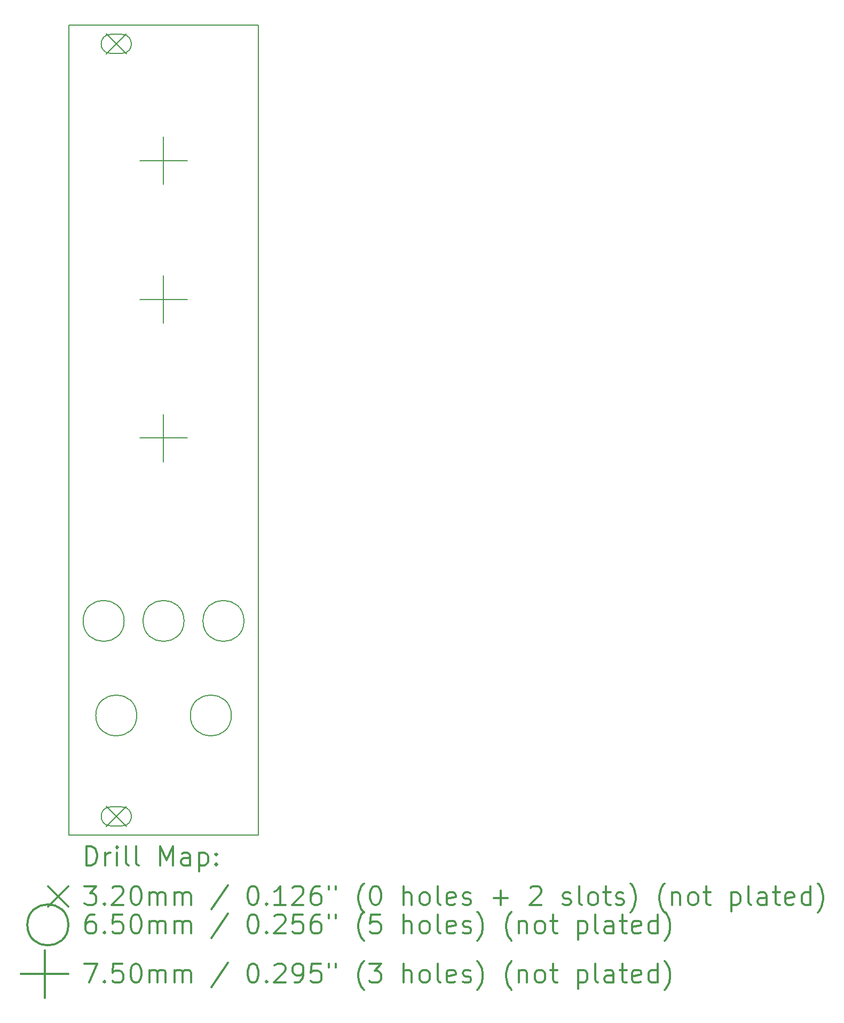
<source format=gbr>
%FSLAX45Y45*%
G04 Gerber Fmt 4.5, Leading zero omitted, Abs format (unit mm)*
G04 Created by KiCad (PCBNEW (5.0.0-rc2)) date Wed Jul  8 18:48:39 2020*
%MOMM*%
%LPD*%
G01*
G04 APERTURE LIST*
%ADD10C,0.200000*%
%ADD11C,0.300000*%
G04 APERTURE END LIST*
D10*
X0Y12850000D02*
X0Y0D01*
X3000000Y12850000D02*
X0Y12850000D01*
X3000000Y0D02*
X3000000Y12850000D01*
X0Y0D02*
X3000000Y0D01*
D10*
X590000Y460000D02*
X910000Y140000D01*
X910000Y460000D02*
X590000Y140000D01*
X660000Y150000D02*
X840000Y150000D01*
X660000Y450000D02*
X840000Y450000D01*
X840000Y150000D02*
G75*
G03X840000Y450000I0J150000D01*
G01*
X660000Y450000D02*
G75*
G03X660000Y150000I0J-150000D01*
G01*
X590000Y12710000D02*
X910000Y12390000D01*
X910000Y12710000D02*
X590000Y12390000D01*
X660000Y12400000D02*
X840000Y12400000D01*
X660000Y12700000D02*
X840000Y12700000D01*
X840000Y12400000D02*
G75*
G03X840000Y12700000I0J150000D01*
G01*
X660000Y12700000D02*
G75*
G03X660000Y12400000I0J-150000D01*
G01*
X1825000Y3400000D02*
G75*
G03X1825000Y3400000I-325000J0D01*
G01*
X2575000Y1900000D02*
G75*
G03X2575000Y1900000I-325000J0D01*
G01*
X875000Y3400000D02*
G75*
G03X875000Y3400000I-325000J0D01*
G01*
X1075000Y1900000D02*
G75*
G03X1075000Y1900000I-325000J0D01*
G01*
X2775000Y3400000D02*
G75*
G03X2775000Y3400000I-325000J0D01*
G01*
X1500000Y8875000D02*
X1500000Y8125000D01*
X1125000Y8500000D02*
X1875000Y8500000D01*
X1500000Y6675000D02*
X1500000Y5925000D01*
X1125000Y6300000D02*
X1875000Y6300000D01*
X1500000Y11075000D02*
X1500000Y10325000D01*
X1125000Y10700000D02*
X1875000Y10700000D01*
D11*
X276428Y-475714D02*
X276428Y-175714D01*
X347857Y-175714D01*
X390714Y-190000D01*
X419286Y-218571D01*
X433571Y-247143D01*
X447857Y-304286D01*
X447857Y-347143D01*
X433571Y-404286D01*
X419286Y-432857D01*
X390714Y-461429D01*
X347857Y-475714D01*
X276428Y-475714D01*
X576428Y-475714D02*
X576428Y-275714D01*
X576428Y-332857D02*
X590714Y-304286D01*
X605000Y-290000D01*
X633571Y-275714D01*
X662143Y-275714D01*
X762143Y-475714D02*
X762143Y-275714D01*
X762143Y-175714D02*
X747857Y-190000D01*
X762143Y-204286D01*
X776428Y-190000D01*
X762143Y-175714D01*
X762143Y-204286D01*
X947857Y-475714D02*
X919286Y-461429D01*
X905000Y-432857D01*
X905000Y-175714D01*
X1105000Y-475714D02*
X1076428Y-461429D01*
X1062143Y-432857D01*
X1062143Y-175714D01*
X1447857Y-475714D02*
X1447857Y-175714D01*
X1547857Y-390000D01*
X1647857Y-175714D01*
X1647857Y-475714D01*
X1919286Y-475714D02*
X1919286Y-318572D01*
X1905000Y-290000D01*
X1876428Y-275714D01*
X1819286Y-275714D01*
X1790714Y-290000D01*
X1919286Y-461429D02*
X1890714Y-475714D01*
X1819286Y-475714D01*
X1790714Y-461429D01*
X1776428Y-432857D01*
X1776428Y-404286D01*
X1790714Y-375714D01*
X1819286Y-361429D01*
X1890714Y-361429D01*
X1919286Y-347143D01*
X2062143Y-275714D02*
X2062143Y-575714D01*
X2062143Y-290000D02*
X2090714Y-275714D01*
X2147857Y-275714D01*
X2176428Y-290000D01*
X2190714Y-304286D01*
X2205000Y-332857D01*
X2205000Y-418571D01*
X2190714Y-447143D01*
X2176428Y-461429D01*
X2147857Y-475714D01*
X2090714Y-475714D01*
X2062143Y-461429D01*
X2333571Y-447143D02*
X2347857Y-461429D01*
X2333571Y-475714D01*
X2319286Y-461429D01*
X2333571Y-447143D01*
X2333571Y-475714D01*
X2333571Y-290000D02*
X2347857Y-304286D01*
X2333571Y-318572D01*
X2319286Y-304286D01*
X2333571Y-290000D01*
X2333571Y-318572D01*
X-330000Y-810000D02*
X-10000Y-1130000D01*
X-10000Y-810000D02*
X-330000Y-1130000D01*
X247857Y-805714D02*
X433571Y-805714D01*
X333571Y-920000D01*
X376428Y-920000D01*
X405000Y-934286D01*
X419286Y-948571D01*
X433571Y-977143D01*
X433571Y-1048571D01*
X419286Y-1077143D01*
X405000Y-1091429D01*
X376428Y-1105714D01*
X290714Y-1105714D01*
X262143Y-1091429D01*
X247857Y-1077143D01*
X562143Y-1077143D02*
X576428Y-1091429D01*
X562143Y-1105714D01*
X547857Y-1091429D01*
X562143Y-1077143D01*
X562143Y-1105714D01*
X690714Y-834286D02*
X705000Y-820000D01*
X733571Y-805714D01*
X805000Y-805714D01*
X833571Y-820000D01*
X847857Y-834286D01*
X862143Y-862857D01*
X862143Y-891429D01*
X847857Y-934286D01*
X676428Y-1105714D01*
X862143Y-1105714D01*
X1047857Y-805714D02*
X1076428Y-805714D01*
X1105000Y-820000D01*
X1119286Y-834286D01*
X1133571Y-862857D01*
X1147857Y-920000D01*
X1147857Y-991429D01*
X1133571Y-1048571D01*
X1119286Y-1077143D01*
X1105000Y-1091429D01*
X1076428Y-1105714D01*
X1047857Y-1105714D01*
X1019286Y-1091429D01*
X1005000Y-1077143D01*
X990714Y-1048571D01*
X976428Y-991429D01*
X976428Y-920000D01*
X990714Y-862857D01*
X1005000Y-834286D01*
X1019286Y-820000D01*
X1047857Y-805714D01*
X1276428Y-1105714D02*
X1276428Y-905714D01*
X1276428Y-934286D02*
X1290714Y-920000D01*
X1319286Y-905714D01*
X1362143Y-905714D01*
X1390714Y-920000D01*
X1405000Y-948571D01*
X1405000Y-1105714D01*
X1405000Y-948571D02*
X1419286Y-920000D01*
X1447857Y-905714D01*
X1490714Y-905714D01*
X1519286Y-920000D01*
X1533571Y-948571D01*
X1533571Y-1105714D01*
X1676428Y-1105714D02*
X1676428Y-905714D01*
X1676428Y-934286D02*
X1690714Y-920000D01*
X1719286Y-905714D01*
X1762143Y-905714D01*
X1790714Y-920000D01*
X1805000Y-948571D01*
X1805000Y-1105714D01*
X1805000Y-948571D02*
X1819286Y-920000D01*
X1847857Y-905714D01*
X1890714Y-905714D01*
X1919286Y-920000D01*
X1933571Y-948571D01*
X1933571Y-1105714D01*
X2519286Y-791429D02*
X2262143Y-1177143D01*
X2905000Y-805714D02*
X2933571Y-805714D01*
X2962143Y-820000D01*
X2976428Y-834286D01*
X2990714Y-862857D01*
X3005000Y-920000D01*
X3005000Y-991429D01*
X2990714Y-1048571D01*
X2976428Y-1077143D01*
X2962143Y-1091429D01*
X2933571Y-1105714D01*
X2905000Y-1105714D01*
X2876428Y-1091429D01*
X2862143Y-1077143D01*
X2847857Y-1048571D01*
X2833571Y-991429D01*
X2833571Y-920000D01*
X2847857Y-862857D01*
X2862143Y-834286D01*
X2876428Y-820000D01*
X2905000Y-805714D01*
X3133571Y-1077143D02*
X3147857Y-1091429D01*
X3133571Y-1105714D01*
X3119286Y-1091429D01*
X3133571Y-1077143D01*
X3133571Y-1105714D01*
X3433571Y-1105714D02*
X3262143Y-1105714D01*
X3347857Y-1105714D02*
X3347857Y-805714D01*
X3319286Y-848571D01*
X3290714Y-877143D01*
X3262143Y-891429D01*
X3547857Y-834286D02*
X3562143Y-820000D01*
X3590714Y-805714D01*
X3662143Y-805714D01*
X3690714Y-820000D01*
X3705000Y-834286D01*
X3719286Y-862857D01*
X3719286Y-891429D01*
X3705000Y-934286D01*
X3533571Y-1105714D01*
X3719286Y-1105714D01*
X3976428Y-805714D02*
X3919286Y-805714D01*
X3890714Y-820000D01*
X3876428Y-834286D01*
X3847857Y-877143D01*
X3833571Y-934286D01*
X3833571Y-1048571D01*
X3847857Y-1077143D01*
X3862143Y-1091429D01*
X3890714Y-1105714D01*
X3947857Y-1105714D01*
X3976428Y-1091429D01*
X3990714Y-1077143D01*
X4005000Y-1048571D01*
X4005000Y-977143D01*
X3990714Y-948571D01*
X3976428Y-934286D01*
X3947857Y-920000D01*
X3890714Y-920000D01*
X3862143Y-934286D01*
X3847857Y-948571D01*
X3833571Y-977143D01*
X4119286Y-805714D02*
X4119286Y-862857D01*
X4233571Y-805714D02*
X4233571Y-862857D01*
X4676428Y-1220000D02*
X4662143Y-1205714D01*
X4633571Y-1162857D01*
X4619286Y-1134286D01*
X4605000Y-1091429D01*
X4590714Y-1020000D01*
X4590714Y-962857D01*
X4605000Y-891429D01*
X4619286Y-848571D01*
X4633571Y-820000D01*
X4662143Y-777143D01*
X4676428Y-762857D01*
X4847857Y-805714D02*
X4876428Y-805714D01*
X4905000Y-820000D01*
X4919286Y-834286D01*
X4933571Y-862857D01*
X4947857Y-920000D01*
X4947857Y-991429D01*
X4933571Y-1048571D01*
X4919286Y-1077143D01*
X4905000Y-1091429D01*
X4876428Y-1105714D01*
X4847857Y-1105714D01*
X4819286Y-1091429D01*
X4805000Y-1077143D01*
X4790714Y-1048571D01*
X4776428Y-991429D01*
X4776428Y-920000D01*
X4790714Y-862857D01*
X4805000Y-834286D01*
X4819286Y-820000D01*
X4847857Y-805714D01*
X5305000Y-1105714D02*
X5305000Y-805714D01*
X5433571Y-1105714D02*
X5433571Y-948571D01*
X5419286Y-920000D01*
X5390714Y-905714D01*
X5347857Y-905714D01*
X5319286Y-920000D01*
X5305000Y-934286D01*
X5619286Y-1105714D02*
X5590714Y-1091429D01*
X5576428Y-1077143D01*
X5562143Y-1048571D01*
X5562143Y-962857D01*
X5576428Y-934286D01*
X5590714Y-920000D01*
X5619286Y-905714D01*
X5662143Y-905714D01*
X5690714Y-920000D01*
X5705000Y-934286D01*
X5719286Y-962857D01*
X5719286Y-1048571D01*
X5705000Y-1077143D01*
X5690714Y-1091429D01*
X5662143Y-1105714D01*
X5619286Y-1105714D01*
X5890714Y-1105714D02*
X5862143Y-1091429D01*
X5847857Y-1062857D01*
X5847857Y-805714D01*
X6119286Y-1091429D02*
X6090714Y-1105714D01*
X6033571Y-1105714D01*
X6005000Y-1091429D01*
X5990714Y-1062857D01*
X5990714Y-948571D01*
X6005000Y-920000D01*
X6033571Y-905714D01*
X6090714Y-905714D01*
X6119286Y-920000D01*
X6133571Y-948571D01*
X6133571Y-977143D01*
X5990714Y-1005714D01*
X6247857Y-1091429D02*
X6276428Y-1105714D01*
X6333571Y-1105714D01*
X6362143Y-1091429D01*
X6376428Y-1062857D01*
X6376428Y-1048571D01*
X6362143Y-1020000D01*
X6333571Y-1005714D01*
X6290714Y-1005714D01*
X6262143Y-991429D01*
X6247857Y-962857D01*
X6247857Y-948571D01*
X6262143Y-920000D01*
X6290714Y-905714D01*
X6333571Y-905714D01*
X6362143Y-920000D01*
X6733571Y-991429D02*
X6962143Y-991429D01*
X6847857Y-1105714D02*
X6847857Y-877143D01*
X7319286Y-834286D02*
X7333571Y-820000D01*
X7362143Y-805714D01*
X7433571Y-805714D01*
X7462143Y-820000D01*
X7476428Y-834286D01*
X7490714Y-862857D01*
X7490714Y-891429D01*
X7476428Y-934286D01*
X7305000Y-1105714D01*
X7490714Y-1105714D01*
X7833571Y-1091429D02*
X7862143Y-1105714D01*
X7919286Y-1105714D01*
X7947857Y-1091429D01*
X7962143Y-1062857D01*
X7962143Y-1048571D01*
X7947857Y-1020000D01*
X7919286Y-1005714D01*
X7876428Y-1005714D01*
X7847857Y-991429D01*
X7833571Y-962857D01*
X7833571Y-948571D01*
X7847857Y-920000D01*
X7876428Y-905714D01*
X7919286Y-905714D01*
X7947857Y-920000D01*
X8133571Y-1105714D02*
X8105000Y-1091429D01*
X8090714Y-1062857D01*
X8090714Y-805714D01*
X8290714Y-1105714D02*
X8262143Y-1091429D01*
X8247857Y-1077143D01*
X8233571Y-1048571D01*
X8233571Y-962857D01*
X8247857Y-934286D01*
X8262143Y-920000D01*
X8290714Y-905714D01*
X8333571Y-905714D01*
X8362143Y-920000D01*
X8376428Y-934286D01*
X8390714Y-962857D01*
X8390714Y-1048571D01*
X8376428Y-1077143D01*
X8362143Y-1091429D01*
X8333571Y-1105714D01*
X8290714Y-1105714D01*
X8476428Y-905714D02*
X8590714Y-905714D01*
X8519286Y-805714D02*
X8519286Y-1062857D01*
X8533571Y-1091429D01*
X8562143Y-1105714D01*
X8590714Y-1105714D01*
X8676428Y-1091429D02*
X8705000Y-1105714D01*
X8762143Y-1105714D01*
X8790714Y-1091429D01*
X8805000Y-1062857D01*
X8805000Y-1048571D01*
X8790714Y-1020000D01*
X8762143Y-1005714D01*
X8719286Y-1005714D01*
X8690714Y-991429D01*
X8676428Y-962857D01*
X8676428Y-948571D01*
X8690714Y-920000D01*
X8719286Y-905714D01*
X8762143Y-905714D01*
X8790714Y-920000D01*
X8905000Y-1220000D02*
X8919286Y-1205714D01*
X8947857Y-1162857D01*
X8962143Y-1134286D01*
X8976428Y-1091429D01*
X8990714Y-1020000D01*
X8990714Y-962857D01*
X8976428Y-891429D01*
X8962143Y-848571D01*
X8947857Y-820000D01*
X8919286Y-777143D01*
X8905000Y-762857D01*
X9447857Y-1220000D02*
X9433571Y-1205714D01*
X9405000Y-1162857D01*
X9390714Y-1134286D01*
X9376428Y-1091429D01*
X9362143Y-1020000D01*
X9362143Y-962857D01*
X9376428Y-891429D01*
X9390714Y-848571D01*
X9405000Y-820000D01*
X9433571Y-777143D01*
X9447857Y-762857D01*
X9562143Y-905714D02*
X9562143Y-1105714D01*
X9562143Y-934286D02*
X9576428Y-920000D01*
X9605000Y-905714D01*
X9647857Y-905714D01*
X9676428Y-920000D01*
X9690714Y-948571D01*
X9690714Y-1105714D01*
X9876428Y-1105714D02*
X9847857Y-1091429D01*
X9833571Y-1077143D01*
X9819286Y-1048571D01*
X9819286Y-962857D01*
X9833571Y-934286D01*
X9847857Y-920000D01*
X9876428Y-905714D01*
X9919286Y-905714D01*
X9947857Y-920000D01*
X9962143Y-934286D01*
X9976428Y-962857D01*
X9976428Y-1048571D01*
X9962143Y-1077143D01*
X9947857Y-1091429D01*
X9919286Y-1105714D01*
X9876428Y-1105714D01*
X10062143Y-905714D02*
X10176428Y-905714D01*
X10105000Y-805714D02*
X10105000Y-1062857D01*
X10119286Y-1091429D01*
X10147857Y-1105714D01*
X10176428Y-1105714D01*
X10505000Y-905714D02*
X10505000Y-1205714D01*
X10505000Y-920000D02*
X10533571Y-905714D01*
X10590714Y-905714D01*
X10619286Y-920000D01*
X10633571Y-934286D01*
X10647857Y-962857D01*
X10647857Y-1048571D01*
X10633571Y-1077143D01*
X10619286Y-1091429D01*
X10590714Y-1105714D01*
X10533571Y-1105714D01*
X10505000Y-1091429D01*
X10819286Y-1105714D02*
X10790714Y-1091429D01*
X10776428Y-1062857D01*
X10776428Y-805714D01*
X11062143Y-1105714D02*
X11062143Y-948571D01*
X11047857Y-920000D01*
X11019286Y-905714D01*
X10962143Y-905714D01*
X10933571Y-920000D01*
X11062143Y-1091429D02*
X11033571Y-1105714D01*
X10962143Y-1105714D01*
X10933571Y-1091429D01*
X10919286Y-1062857D01*
X10919286Y-1034286D01*
X10933571Y-1005714D01*
X10962143Y-991429D01*
X11033571Y-991429D01*
X11062143Y-977143D01*
X11162143Y-905714D02*
X11276428Y-905714D01*
X11205000Y-805714D02*
X11205000Y-1062857D01*
X11219286Y-1091429D01*
X11247857Y-1105714D01*
X11276428Y-1105714D01*
X11490714Y-1091429D02*
X11462143Y-1105714D01*
X11405000Y-1105714D01*
X11376428Y-1091429D01*
X11362143Y-1062857D01*
X11362143Y-948571D01*
X11376428Y-920000D01*
X11405000Y-905714D01*
X11462143Y-905714D01*
X11490714Y-920000D01*
X11505000Y-948571D01*
X11505000Y-977143D01*
X11362143Y-1005714D01*
X11762143Y-1105714D02*
X11762143Y-805714D01*
X11762143Y-1091429D02*
X11733571Y-1105714D01*
X11676428Y-1105714D01*
X11647857Y-1091429D01*
X11633571Y-1077143D01*
X11619286Y-1048571D01*
X11619286Y-962857D01*
X11633571Y-934286D01*
X11647857Y-920000D01*
X11676428Y-905714D01*
X11733571Y-905714D01*
X11762143Y-920000D01*
X11876428Y-1220000D02*
X11890714Y-1205714D01*
X11919286Y-1162857D01*
X11933571Y-1134286D01*
X11947857Y-1091429D01*
X11962143Y-1020000D01*
X11962143Y-962857D01*
X11947857Y-891429D01*
X11933571Y-848571D01*
X11919286Y-820000D01*
X11890714Y-777143D01*
X11876428Y-762857D01*
X-10000Y-1420000D02*
G75*
G03X-10000Y-1420000I-325000J0D01*
G01*
X405000Y-1255714D02*
X347857Y-1255714D01*
X319286Y-1270000D01*
X305000Y-1284286D01*
X276428Y-1327143D01*
X262143Y-1384286D01*
X262143Y-1498571D01*
X276428Y-1527143D01*
X290714Y-1541429D01*
X319286Y-1555714D01*
X376428Y-1555714D01*
X405000Y-1541429D01*
X419286Y-1527143D01*
X433571Y-1498571D01*
X433571Y-1427143D01*
X419286Y-1398572D01*
X405000Y-1384286D01*
X376428Y-1370000D01*
X319286Y-1370000D01*
X290714Y-1384286D01*
X276428Y-1398572D01*
X262143Y-1427143D01*
X562143Y-1527143D02*
X576428Y-1541429D01*
X562143Y-1555714D01*
X547857Y-1541429D01*
X562143Y-1527143D01*
X562143Y-1555714D01*
X847857Y-1255714D02*
X705000Y-1255714D01*
X690714Y-1398572D01*
X705000Y-1384286D01*
X733571Y-1370000D01*
X805000Y-1370000D01*
X833571Y-1384286D01*
X847857Y-1398572D01*
X862143Y-1427143D01*
X862143Y-1498571D01*
X847857Y-1527143D01*
X833571Y-1541429D01*
X805000Y-1555714D01*
X733571Y-1555714D01*
X705000Y-1541429D01*
X690714Y-1527143D01*
X1047857Y-1255714D02*
X1076428Y-1255714D01*
X1105000Y-1270000D01*
X1119286Y-1284286D01*
X1133571Y-1312857D01*
X1147857Y-1370000D01*
X1147857Y-1441429D01*
X1133571Y-1498571D01*
X1119286Y-1527143D01*
X1105000Y-1541429D01*
X1076428Y-1555714D01*
X1047857Y-1555714D01*
X1019286Y-1541429D01*
X1005000Y-1527143D01*
X990714Y-1498571D01*
X976428Y-1441429D01*
X976428Y-1370000D01*
X990714Y-1312857D01*
X1005000Y-1284286D01*
X1019286Y-1270000D01*
X1047857Y-1255714D01*
X1276428Y-1555714D02*
X1276428Y-1355714D01*
X1276428Y-1384286D02*
X1290714Y-1370000D01*
X1319286Y-1355714D01*
X1362143Y-1355714D01*
X1390714Y-1370000D01*
X1405000Y-1398572D01*
X1405000Y-1555714D01*
X1405000Y-1398572D02*
X1419286Y-1370000D01*
X1447857Y-1355714D01*
X1490714Y-1355714D01*
X1519286Y-1370000D01*
X1533571Y-1398572D01*
X1533571Y-1555714D01*
X1676428Y-1555714D02*
X1676428Y-1355714D01*
X1676428Y-1384286D02*
X1690714Y-1370000D01*
X1719286Y-1355714D01*
X1762143Y-1355714D01*
X1790714Y-1370000D01*
X1805000Y-1398572D01*
X1805000Y-1555714D01*
X1805000Y-1398572D02*
X1819286Y-1370000D01*
X1847857Y-1355714D01*
X1890714Y-1355714D01*
X1919286Y-1370000D01*
X1933571Y-1398572D01*
X1933571Y-1555714D01*
X2519286Y-1241429D02*
X2262143Y-1627143D01*
X2905000Y-1255714D02*
X2933571Y-1255714D01*
X2962143Y-1270000D01*
X2976428Y-1284286D01*
X2990714Y-1312857D01*
X3005000Y-1370000D01*
X3005000Y-1441429D01*
X2990714Y-1498571D01*
X2976428Y-1527143D01*
X2962143Y-1541429D01*
X2933571Y-1555714D01*
X2905000Y-1555714D01*
X2876428Y-1541429D01*
X2862143Y-1527143D01*
X2847857Y-1498571D01*
X2833571Y-1441429D01*
X2833571Y-1370000D01*
X2847857Y-1312857D01*
X2862143Y-1284286D01*
X2876428Y-1270000D01*
X2905000Y-1255714D01*
X3133571Y-1527143D02*
X3147857Y-1541429D01*
X3133571Y-1555714D01*
X3119286Y-1541429D01*
X3133571Y-1527143D01*
X3133571Y-1555714D01*
X3262143Y-1284286D02*
X3276428Y-1270000D01*
X3305000Y-1255714D01*
X3376428Y-1255714D01*
X3405000Y-1270000D01*
X3419286Y-1284286D01*
X3433571Y-1312857D01*
X3433571Y-1341429D01*
X3419286Y-1384286D01*
X3247857Y-1555714D01*
X3433571Y-1555714D01*
X3705000Y-1255714D02*
X3562143Y-1255714D01*
X3547857Y-1398572D01*
X3562143Y-1384286D01*
X3590714Y-1370000D01*
X3662143Y-1370000D01*
X3690714Y-1384286D01*
X3705000Y-1398572D01*
X3719286Y-1427143D01*
X3719286Y-1498571D01*
X3705000Y-1527143D01*
X3690714Y-1541429D01*
X3662143Y-1555714D01*
X3590714Y-1555714D01*
X3562143Y-1541429D01*
X3547857Y-1527143D01*
X3976428Y-1255714D02*
X3919286Y-1255714D01*
X3890714Y-1270000D01*
X3876428Y-1284286D01*
X3847857Y-1327143D01*
X3833571Y-1384286D01*
X3833571Y-1498571D01*
X3847857Y-1527143D01*
X3862143Y-1541429D01*
X3890714Y-1555714D01*
X3947857Y-1555714D01*
X3976428Y-1541429D01*
X3990714Y-1527143D01*
X4005000Y-1498571D01*
X4005000Y-1427143D01*
X3990714Y-1398572D01*
X3976428Y-1384286D01*
X3947857Y-1370000D01*
X3890714Y-1370000D01*
X3862143Y-1384286D01*
X3847857Y-1398572D01*
X3833571Y-1427143D01*
X4119286Y-1255714D02*
X4119286Y-1312857D01*
X4233571Y-1255714D02*
X4233571Y-1312857D01*
X4676428Y-1670000D02*
X4662143Y-1655714D01*
X4633571Y-1612857D01*
X4619286Y-1584286D01*
X4605000Y-1541429D01*
X4590714Y-1470000D01*
X4590714Y-1412857D01*
X4605000Y-1341429D01*
X4619286Y-1298572D01*
X4633571Y-1270000D01*
X4662143Y-1227143D01*
X4676428Y-1212857D01*
X4933571Y-1255714D02*
X4790714Y-1255714D01*
X4776428Y-1398572D01*
X4790714Y-1384286D01*
X4819286Y-1370000D01*
X4890714Y-1370000D01*
X4919286Y-1384286D01*
X4933571Y-1398572D01*
X4947857Y-1427143D01*
X4947857Y-1498571D01*
X4933571Y-1527143D01*
X4919286Y-1541429D01*
X4890714Y-1555714D01*
X4819286Y-1555714D01*
X4790714Y-1541429D01*
X4776428Y-1527143D01*
X5305000Y-1555714D02*
X5305000Y-1255714D01*
X5433571Y-1555714D02*
X5433571Y-1398572D01*
X5419286Y-1370000D01*
X5390714Y-1355714D01*
X5347857Y-1355714D01*
X5319286Y-1370000D01*
X5305000Y-1384286D01*
X5619286Y-1555714D02*
X5590714Y-1541429D01*
X5576428Y-1527143D01*
X5562143Y-1498571D01*
X5562143Y-1412857D01*
X5576428Y-1384286D01*
X5590714Y-1370000D01*
X5619286Y-1355714D01*
X5662143Y-1355714D01*
X5690714Y-1370000D01*
X5705000Y-1384286D01*
X5719286Y-1412857D01*
X5719286Y-1498571D01*
X5705000Y-1527143D01*
X5690714Y-1541429D01*
X5662143Y-1555714D01*
X5619286Y-1555714D01*
X5890714Y-1555714D02*
X5862143Y-1541429D01*
X5847857Y-1512857D01*
X5847857Y-1255714D01*
X6119286Y-1541429D02*
X6090714Y-1555714D01*
X6033571Y-1555714D01*
X6005000Y-1541429D01*
X5990714Y-1512857D01*
X5990714Y-1398572D01*
X6005000Y-1370000D01*
X6033571Y-1355714D01*
X6090714Y-1355714D01*
X6119286Y-1370000D01*
X6133571Y-1398572D01*
X6133571Y-1427143D01*
X5990714Y-1455714D01*
X6247857Y-1541429D02*
X6276428Y-1555714D01*
X6333571Y-1555714D01*
X6362143Y-1541429D01*
X6376428Y-1512857D01*
X6376428Y-1498571D01*
X6362143Y-1470000D01*
X6333571Y-1455714D01*
X6290714Y-1455714D01*
X6262143Y-1441429D01*
X6247857Y-1412857D01*
X6247857Y-1398572D01*
X6262143Y-1370000D01*
X6290714Y-1355714D01*
X6333571Y-1355714D01*
X6362143Y-1370000D01*
X6476428Y-1670000D02*
X6490714Y-1655714D01*
X6519286Y-1612857D01*
X6533571Y-1584286D01*
X6547857Y-1541429D01*
X6562143Y-1470000D01*
X6562143Y-1412857D01*
X6547857Y-1341429D01*
X6533571Y-1298572D01*
X6519286Y-1270000D01*
X6490714Y-1227143D01*
X6476428Y-1212857D01*
X7019286Y-1670000D02*
X7005000Y-1655714D01*
X6976428Y-1612857D01*
X6962143Y-1584286D01*
X6947857Y-1541429D01*
X6933571Y-1470000D01*
X6933571Y-1412857D01*
X6947857Y-1341429D01*
X6962143Y-1298572D01*
X6976428Y-1270000D01*
X7005000Y-1227143D01*
X7019286Y-1212857D01*
X7133571Y-1355714D02*
X7133571Y-1555714D01*
X7133571Y-1384286D02*
X7147857Y-1370000D01*
X7176428Y-1355714D01*
X7219286Y-1355714D01*
X7247857Y-1370000D01*
X7262143Y-1398572D01*
X7262143Y-1555714D01*
X7447857Y-1555714D02*
X7419286Y-1541429D01*
X7405000Y-1527143D01*
X7390714Y-1498571D01*
X7390714Y-1412857D01*
X7405000Y-1384286D01*
X7419286Y-1370000D01*
X7447857Y-1355714D01*
X7490714Y-1355714D01*
X7519286Y-1370000D01*
X7533571Y-1384286D01*
X7547857Y-1412857D01*
X7547857Y-1498571D01*
X7533571Y-1527143D01*
X7519286Y-1541429D01*
X7490714Y-1555714D01*
X7447857Y-1555714D01*
X7633571Y-1355714D02*
X7747857Y-1355714D01*
X7676428Y-1255714D02*
X7676428Y-1512857D01*
X7690714Y-1541429D01*
X7719286Y-1555714D01*
X7747857Y-1555714D01*
X8076428Y-1355714D02*
X8076428Y-1655714D01*
X8076428Y-1370000D02*
X8105000Y-1355714D01*
X8162143Y-1355714D01*
X8190714Y-1370000D01*
X8205000Y-1384286D01*
X8219286Y-1412857D01*
X8219286Y-1498571D01*
X8205000Y-1527143D01*
X8190714Y-1541429D01*
X8162143Y-1555714D01*
X8105000Y-1555714D01*
X8076428Y-1541429D01*
X8390714Y-1555714D02*
X8362143Y-1541429D01*
X8347857Y-1512857D01*
X8347857Y-1255714D01*
X8633571Y-1555714D02*
X8633571Y-1398572D01*
X8619286Y-1370000D01*
X8590714Y-1355714D01*
X8533571Y-1355714D01*
X8505000Y-1370000D01*
X8633571Y-1541429D02*
X8605000Y-1555714D01*
X8533571Y-1555714D01*
X8505000Y-1541429D01*
X8490714Y-1512857D01*
X8490714Y-1484286D01*
X8505000Y-1455714D01*
X8533571Y-1441429D01*
X8605000Y-1441429D01*
X8633571Y-1427143D01*
X8733571Y-1355714D02*
X8847857Y-1355714D01*
X8776428Y-1255714D02*
X8776428Y-1512857D01*
X8790714Y-1541429D01*
X8819286Y-1555714D01*
X8847857Y-1555714D01*
X9062143Y-1541429D02*
X9033571Y-1555714D01*
X8976428Y-1555714D01*
X8947857Y-1541429D01*
X8933571Y-1512857D01*
X8933571Y-1398572D01*
X8947857Y-1370000D01*
X8976428Y-1355714D01*
X9033571Y-1355714D01*
X9062143Y-1370000D01*
X9076428Y-1398572D01*
X9076428Y-1427143D01*
X8933571Y-1455714D01*
X9333571Y-1555714D02*
X9333571Y-1255714D01*
X9333571Y-1541429D02*
X9305000Y-1555714D01*
X9247857Y-1555714D01*
X9219286Y-1541429D01*
X9205000Y-1527143D01*
X9190714Y-1498571D01*
X9190714Y-1412857D01*
X9205000Y-1384286D01*
X9219286Y-1370000D01*
X9247857Y-1355714D01*
X9305000Y-1355714D01*
X9333571Y-1370000D01*
X9447857Y-1670000D02*
X9462143Y-1655714D01*
X9490714Y-1612857D01*
X9505000Y-1584286D01*
X9519286Y-1541429D01*
X9533571Y-1470000D01*
X9533571Y-1412857D01*
X9519286Y-1341429D01*
X9505000Y-1298572D01*
X9490714Y-1270000D01*
X9462143Y-1227143D01*
X9447857Y-1212857D01*
X-385000Y-1825000D02*
X-385000Y-2575000D01*
X-760000Y-2200000D02*
X-10000Y-2200000D01*
X247857Y-2035714D02*
X447857Y-2035714D01*
X319286Y-2335714D01*
X562143Y-2307143D02*
X576428Y-2321429D01*
X562143Y-2335714D01*
X547857Y-2321429D01*
X562143Y-2307143D01*
X562143Y-2335714D01*
X847857Y-2035714D02*
X705000Y-2035714D01*
X690714Y-2178572D01*
X705000Y-2164286D01*
X733571Y-2150000D01*
X805000Y-2150000D01*
X833571Y-2164286D01*
X847857Y-2178572D01*
X862143Y-2207143D01*
X862143Y-2278572D01*
X847857Y-2307143D01*
X833571Y-2321429D01*
X805000Y-2335714D01*
X733571Y-2335714D01*
X705000Y-2321429D01*
X690714Y-2307143D01*
X1047857Y-2035714D02*
X1076428Y-2035714D01*
X1105000Y-2050000D01*
X1119286Y-2064286D01*
X1133571Y-2092857D01*
X1147857Y-2150000D01*
X1147857Y-2221429D01*
X1133571Y-2278572D01*
X1119286Y-2307143D01*
X1105000Y-2321429D01*
X1076428Y-2335714D01*
X1047857Y-2335714D01*
X1019286Y-2321429D01*
X1005000Y-2307143D01*
X990714Y-2278572D01*
X976428Y-2221429D01*
X976428Y-2150000D01*
X990714Y-2092857D01*
X1005000Y-2064286D01*
X1019286Y-2050000D01*
X1047857Y-2035714D01*
X1276428Y-2335714D02*
X1276428Y-2135714D01*
X1276428Y-2164286D02*
X1290714Y-2150000D01*
X1319286Y-2135714D01*
X1362143Y-2135714D01*
X1390714Y-2150000D01*
X1405000Y-2178572D01*
X1405000Y-2335714D01*
X1405000Y-2178572D02*
X1419286Y-2150000D01*
X1447857Y-2135714D01*
X1490714Y-2135714D01*
X1519286Y-2150000D01*
X1533571Y-2178572D01*
X1533571Y-2335714D01*
X1676428Y-2335714D02*
X1676428Y-2135714D01*
X1676428Y-2164286D02*
X1690714Y-2150000D01*
X1719286Y-2135714D01*
X1762143Y-2135714D01*
X1790714Y-2150000D01*
X1805000Y-2178572D01*
X1805000Y-2335714D01*
X1805000Y-2178572D02*
X1819286Y-2150000D01*
X1847857Y-2135714D01*
X1890714Y-2135714D01*
X1919286Y-2150000D01*
X1933571Y-2178572D01*
X1933571Y-2335714D01*
X2519286Y-2021429D02*
X2262143Y-2407143D01*
X2905000Y-2035714D02*
X2933571Y-2035714D01*
X2962143Y-2050000D01*
X2976428Y-2064286D01*
X2990714Y-2092857D01*
X3005000Y-2150000D01*
X3005000Y-2221429D01*
X2990714Y-2278572D01*
X2976428Y-2307143D01*
X2962143Y-2321429D01*
X2933571Y-2335714D01*
X2905000Y-2335714D01*
X2876428Y-2321429D01*
X2862143Y-2307143D01*
X2847857Y-2278572D01*
X2833571Y-2221429D01*
X2833571Y-2150000D01*
X2847857Y-2092857D01*
X2862143Y-2064286D01*
X2876428Y-2050000D01*
X2905000Y-2035714D01*
X3133571Y-2307143D02*
X3147857Y-2321429D01*
X3133571Y-2335714D01*
X3119286Y-2321429D01*
X3133571Y-2307143D01*
X3133571Y-2335714D01*
X3262143Y-2064286D02*
X3276428Y-2050000D01*
X3305000Y-2035714D01*
X3376428Y-2035714D01*
X3405000Y-2050000D01*
X3419286Y-2064286D01*
X3433571Y-2092857D01*
X3433571Y-2121429D01*
X3419286Y-2164286D01*
X3247857Y-2335714D01*
X3433571Y-2335714D01*
X3576428Y-2335714D02*
X3633571Y-2335714D01*
X3662143Y-2321429D01*
X3676428Y-2307143D01*
X3705000Y-2264286D01*
X3719286Y-2207143D01*
X3719286Y-2092857D01*
X3705000Y-2064286D01*
X3690714Y-2050000D01*
X3662143Y-2035714D01*
X3605000Y-2035714D01*
X3576428Y-2050000D01*
X3562143Y-2064286D01*
X3547857Y-2092857D01*
X3547857Y-2164286D01*
X3562143Y-2192857D01*
X3576428Y-2207143D01*
X3605000Y-2221429D01*
X3662143Y-2221429D01*
X3690714Y-2207143D01*
X3705000Y-2192857D01*
X3719286Y-2164286D01*
X3990714Y-2035714D02*
X3847857Y-2035714D01*
X3833571Y-2178572D01*
X3847857Y-2164286D01*
X3876428Y-2150000D01*
X3947857Y-2150000D01*
X3976428Y-2164286D01*
X3990714Y-2178572D01*
X4005000Y-2207143D01*
X4005000Y-2278572D01*
X3990714Y-2307143D01*
X3976428Y-2321429D01*
X3947857Y-2335714D01*
X3876428Y-2335714D01*
X3847857Y-2321429D01*
X3833571Y-2307143D01*
X4119286Y-2035714D02*
X4119286Y-2092857D01*
X4233571Y-2035714D02*
X4233571Y-2092857D01*
X4676428Y-2450000D02*
X4662143Y-2435714D01*
X4633571Y-2392857D01*
X4619286Y-2364286D01*
X4605000Y-2321429D01*
X4590714Y-2250000D01*
X4590714Y-2192857D01*
X4605000Y-2121429D01*
X4619286Y-2078571D01*
X4633571Y-2050000D01*
X4662143Y-2007143D01*
X4676428Y-1992857D01*
X4762143Y-2035714D02*
X4947857Y-2035714D01*
X4847857Y-2150000D01*
X4890714Y-2150000D01*
X4919286Y-2164286D01*
X4933571Y-2178572D01*
X4947857Y-2207143D01*
X4947857Y-2278572D01*
X4933571Y-2307143D01*
X4919286Y-2321429D01*
X4890714Y-2335714D01*
X4805000Y-2335714D01*
X4776428Y-2321429D01*
X4762143Y-2307143D01*
X5305000Y-2335714D02*
X5305000Y-2035714D01*
X5433571Y-2335714D02*
X5433571Y-2178572D01*
X5419286Y-2150000D01*
X5390714Y-2135714D01*
X5347857Y-2135714D01*
X5319286Y-2150000D01*
X5305000Y-2164286D01*
X5619286Y-2335714D02*
X5590714Y-2321429D01*
X5576428Y-2307143D01*
X5562143Y-2278572D01*
X5562143Y-2192857D01*
X5576428Y-2164286D01*
X5590714Y-2150000D01*
X5619286Y-2135714D01*
X5662143Y-2135714D01*
X5690714Y-2150000D01*
X5705000Y-2164286D01*
X5719286Y-2192857D01*
X5719286Y-2278572D01*
X5705000Y-2307143D01*
X5690714Y-2321429D01*
X5662143Y-2335714D01*
X5619286Y-2335714D01*
X5890714Y-2335714D02*
X5862143Y-2321429D01*
X5847857Y-2292857D01*
X5847857Y-2035714D01*
X6119286Y-2321429D02*
X6090714Y-2335714D01*
X6033571Y-2335714D01*
X6005000Y-2321429D01*
X5990714Y-2292857D01*
X5990714Y-2178572D01*
X6005000Y-2150000D01*
X6033571Y-2135714D01*
X6090714Y-2135714D01*
X6119286Y-2150000D01*
X6133571Y-2178572D01*
X6133571Y-2207143D01*
X5990714Y-2235714D01*
X6247857Y-2321429D02*
X6276428Y-2335714D01*
X6333571Y-2335714D01*
X6362143Y-2321429D01*
X6376428Y-2292857D01*
X6376428Y-2278572D01*
X6362143Y-2250000D01*
X6333571Y-2235714D01*
X6290714Y-2235714D01*
X6262143Y-2221429D01*
X6247857Y-2192857D01*
X6247857Y-2178572D01*
X6262143Y-2150000D01*
X6290714Y-2135714D01*
X6333571Y-2135714D01*
X6362143Y-2150000D01*
X6476428Y-2450000D02*
X6490714Y-2435714D01*
X6519286Y-2392857D01*
X6533571Y-2364286D01*
X6547857Y-2321429D01*
X6562143Y-2250000D01*
X6562143Y-2192857D01*
X6547857Y-2121429D01*
X6533571Y-2078571D01*
X6519286Y-2050000D01*
X6490714Y-2007143D01*
X6476428Y-1992857D01*
X7019286Y-2450000D02*
X7005000Y-2435714D01*
X6976428Y-2392857D01*
X6962143Y-2364286D01*
X6947857Y-2321429D01*
X6933571Y-2250000D01*
X6933571Y-2192857D01*
X6947857Y-2121429D01*
X6962143Y-2078571D01*
X6976428Y-2050000D01*
X7005000Y-2007143D01*
X7019286Y-1992857D01*
X7133571Y-2135714D02*
X7133571Y-2335714D01*
X7133571Y-2164286D02*
X7147857Y-2150000D01*
X7176428Y-2135714D01*
X7219286Y-2135714D01*
X7247857Y-2150000D01*
X7262143Y-2178572D01*
X7262143Y-2335714D01*
X7447857Y-2335714D02*
X7419286Y-2321429D01*
X7405000Y-2307143D01*
X7390714Y-2278572D01*
X7390714Y-2192857D01*
X7405000Y-2164286D01*
X7419286Y-2150000D01*
X7447857Y-2135714D01*
X7490714Y-2135714D01*
X7519286Y-2150000D01*
X7533571Y-2164286D01*
X7547857Y-2192857D01*
X7547857Y-2278572D01*
X7533571Y-2307143D01*
X7519286Y-2321429D01*
X7490714Y-2335714D01*
X7447857Y-2335714D01*
X7633571Y-2135714D02*
X7747857Y-2135714D01*
X7676428Y-2035714D02*
X7676428Y-2292857D01*
X7690714Y-2321429D01*
X7719286Y-2335714D01*
X7747857Y-2335714D01*
X8076428Y-2135714D02*
X8076428Y-2435714D01*
X8076428Y-2150000D02*
X8105000Y-2135714D01*
X8162143Y-2135714D01*
X8190714Y-2150000D01*
X8205000Y-2164286D01*
X8219286Y-2192857D01*
X8219286Y-2278572D01*
X8205000Y-2307143D01*
X8190714Y-2321429D01*
X8162143Y-2335714D01*
X8105000Y-2335714D01*
X8076428Y-2321429D01*
X8390714Y-2335714D02*
X8362143Y-2321429D01*
X8347857Y-2292857D01*
X8347857Y-2035714D01*
X8633571Y-2335714D02*
X8633571Y-2178572D01*
X8619286Y-2150000D01*
X8590714Y-2135714D01*
X8533571Y-2135714D01*
X8505000Y-2150000D01*
X8633571Y-2321429D02*
X8605000Y-2335714D01*
X8533571Y-2335714D01*
X8505000Y-2321429D01*
X8490714Y-2292857D01*
X8490714Y-2264286D01*
X8505000Y-2235714D01*
X8533571Y-2221429D01*
X8605000Y-2221429D01*
X8633571Y-2207143D01*
X8733571Y-2135714D02*
X8847857Y-2135714D01*
X8776428Y-2035714D02*
X8776428Y-2292857D01*
X8790714Y-2321429D01*
X8819286Y-2335714D01*
X8847857Y-2335714D01*
X9062143Y-2321429D02*
X9033571Y-2335714D01*
X8976428Y-2335714D01*
X8947857Y-2321429D01*
X8933571Y-2292857D01*
X8933571Y-2178572D01*
X8947857Y-2150000D01*
X8976428Y-2135714D01*
X9033571Y-2135714D01*
X9062143Y-2150000D01*
X9076428Y-2178572D01*
X9076428Y-2207143D01*
X8933571Y-2235714D01*
X9333571Y-2335714D02*
X9333571Y-2035714D01*
X9333571Y-2321429D02*
X9305000Y-2335714D01*
X9247857Y-2335714D01*
X9219286Y-2321429D01*
X9205000Y-2307143D01*
X9190714Y-2278572D01*
X9190714Y-2192857D01*
X9205000Y-2164286D01*
X9219286Y-2150000D01*
X9247857Y-2135714D01*
X9305000Y-2135714D01*
X9333571Y-2150000D01*
X9447857Y-2450000D02*
X9462143Y-2435714D01*
X9490714Y-2392857D01*
X9505000Y-2364286D01*
X9519286Y-2321429D01*
X9533571Y-2250000D01*
X9533571Y-2192857D01*
X9519286Y-2121429D01*
X9505000Y-2078571D01*
X9490714Y-2050000D01*
X9462143Y-2007143D01*
X9447857Y-1992857D01*
M02*

</source>
